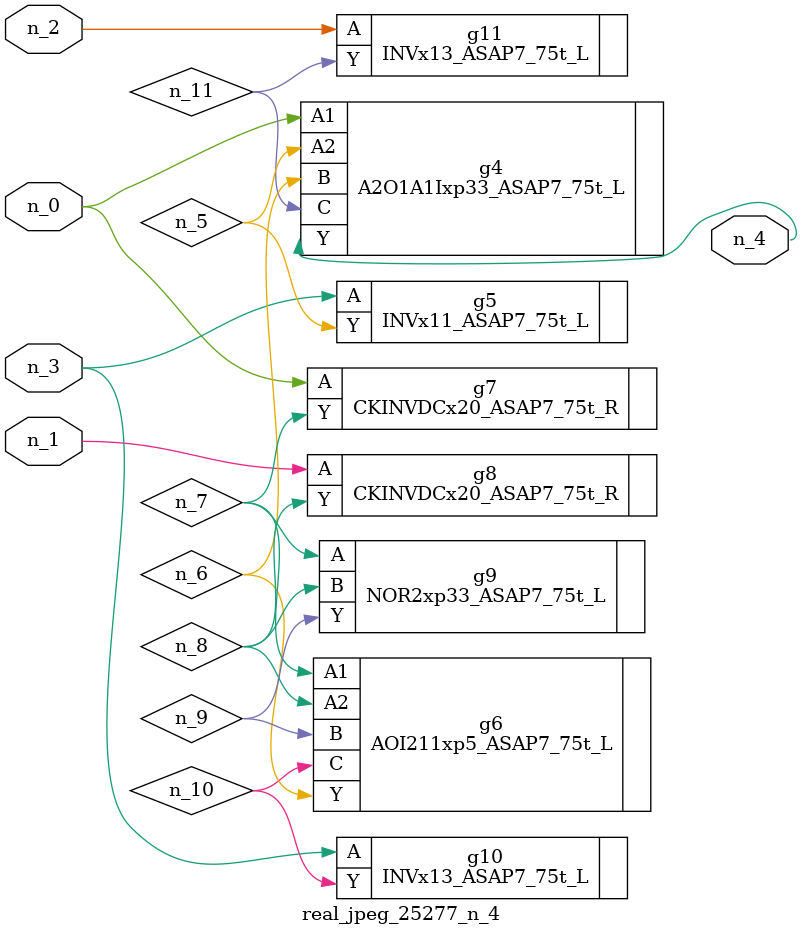
<source format=v>
module real_jpeg_25277_n_4 (n_3, n_1, n_0, n_2, n_4);

input n_3;
input n_1;
input n_0;
input n_2;

output n_4;

wire n_5;
wire n_8;
wire n_11;
wire n_6;
wire n_7;
wire n_10;
wire n_9;

A2O1A1Ixp33_ASAP7_75t_L g4 ( 
.A1(n_0),
.A2(n_5),
.B(n_6),
.C(n_11),
.Y(n_4)
);

CKINVDCx20_ASAP7_75t_R g7 ( 
.A(n_0),
.Y(n_7)
);

CKINVDCx20_ASAP7_75t_R g8 ( 
.A(n_1),
.Y(n_8)
);

INVx13_ASAP7_75t_L g11 ( 
.A(n_2),
.Y(n_11)
);

INVx11_ASAP7_75t_L g5 ( 
.A(n_3),
.Y(n_5)
);

INVx13_ASAP7_75t_L g10 ( 
.A(n_3),
.Y(n_10)
);

AOI211xp5_ASAP7_75t_L g6 ( 
.A1(n_7),
.A2(n_8),
.B(n_9),
.C(n_10),
.Y(n_6)
);

NOR2xp33_ASAP7_75t_L g9 ( 
.A(n_7),
.B(n_8),
.Y(n_9)
);


endmodule
</source>
